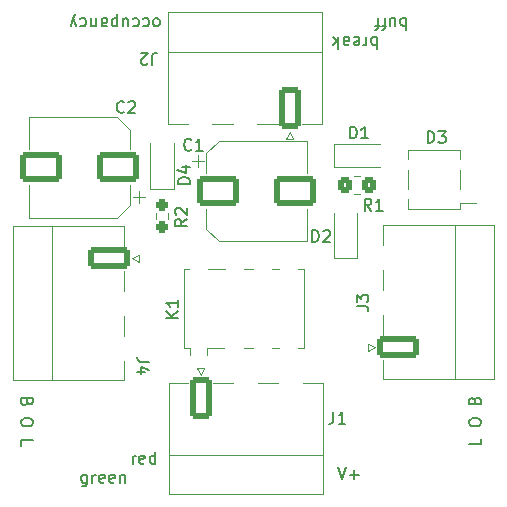
<source format=gbr>
%TF.GenerationSoftware,KiCad,Pcbnew,7.0.7*%
%TF.CreationDate,2023-09-11T13:21:53+02:00*%
%TF.ProjectId,MarklinBlock,4d61726b-6c69-46e4-926c-6f636b2e6b69,rev?*%
%TF.SameCoordinates,Original*%
%TF.FileFunction,Legend,Top*%
%TF.FilePolarity,Positive*%
%FSLAX46Y46*%
G04 Gerber Fmt 4.6, Leading zero omitted, Abs format (unit mm)*
G04 Created by KiCad (PCBNEW 7.0.7) date 2023-09-11 13:21:53*
%MOMM*%
%LPD*%
G01*
G04 APERTURE LIST*
G04 Aperture macros list*
%AMRoundRect*
0 Rectangle with rounded corners*
0 $1 Rounding radius*
0 $2 $3 $4 $5 $6 $7 $8 $9 X,Y pos of 4 corners*
0 Add a 4 corners polygon primitive as box body*
4,1,4,$2,$3,$4,$5,$6,$7,$8,$9,$2,$3,0*
0 Add four circle primitives for the rounded corners*
1,1,$1+$1,$2,$3*
1,1,$1+$1,$4,$5*
1,1,$1+$1,$6,$7*
1,1,$1+$1,$8,$9*
0 Add four rect primitives between the rounded corners*
20,1,$1+$1,$2,$3,$4,$5,0*
20,1,$1+$1,$4,$5,$6,$7,0*
20,1,$1+$1,$6,$7,$8,$9,0*
20,1,$1+$1,$8,$9,$2,$3,0*%
G04 Aperture macros list end*
%ADD10C,0.150000*%
%ADD11C,0.120000*%
%ADD12RoundRect,0.250000X1.500000X1.000000X-1.500000X1.000000X-1.500000X-1.000000X1.500000X-1.000000X0*%
%ADD13RoundRect,0.237500X-0.237500X0.250000X-0.237500X-0.250000X0.237500X-0.250000X0.237500X0.250000X0*%
%ADD14RoundRect,0.250000X0.350000X0.450000X-0.350000X0.450000X-0.350000X-0.450000X0.350000X-0.450000X0*%
%ADD15RoundRect,0.250000X-1.500000X-1.000000X1.500000X-1.000000X1.500000X1.000000X-1.500000X1.000000X0*%
%ADD16R,1.000000X0.800000*%
%ADD17C,3.200000*%
%ADD18R,1.100000X1.100000*%
%ADD19RoundRect,0.250000X-1.550000X0.650000X-1.550000X-0.650000X1.550000X-0.650000X1.550000X0.650000X0*%
%ADD20O,3.600000X1.800000*%
%ADD21RoundRect,0.250000X1.550000X-0.650000X1.550000X0.650000X-1.550000X0.650000X-1.550000X-0.650000X0*%
%ADD22RoundRect,0.250000X0.650000X1.550000X-0.650000X1.550000X-0.650000X-1.550000X0.650000X-1.550000X0*%
%ADD23O,1.800000X3.600000*%
%ADD24R,0.800000X1.800000*%
%ADD25RoundRect,0.250000X-0.650000X-1.550000X0.650000X-1.550000X0.650000X1.550000X-0.650000X1.550000X0*%
G04 APERTURE END LIST*
D10*
X121568990Y-148880952D02*
X121521371Y-149023809D01*
X121521371Y-149023809D02*
X121473752Y-149071428D01*
X121473752Y-149071428D02*
X121378514Y-149119047D01*
X121378514Y-149119047D02*
X121235657Y-149119047D01*
X121235657Y-149119047D02*
X121140419Y-149071428D01*
X121140419Y-149071428D02*
X121092800Y-149023809D01*
X121092800Y-149023809D02*
X121045180Y-148928571D01*
X121045180Y-148928571D02*
X121045180Y-148547619D01*
X121045180Y-148547619D02*
X122045180Y-148547619D01*
X122045180Y-148547619D02*
X122045180Y-148880952D01*
X122045180Y-148880952D02*
X121997561Y-148976190D01*
X121997561Y-148976190D02*
X121949942Y-149023809D01*
X121949942Y-149023809D02*
X121854704Y-149071428D01*
X121854704Y-149071428D02*
X121759466Y-149071428D01*
X121759466Y-149071428D02*
X121664228Y-149023809D01*
X121664228Y-149023809D02*
X121616609Y-148976190D01*
X121616609Y-148976190D02*
X121568990Y-148880952D01*
X121568990Y-148880952D02*
X121568990Y-148547619D01*
X122045180Y-150500000D02*
X122045180Y-150690476D01*
X122045180Y-150690476D02*
X121997561Y-150785714D01*
X121997561Y-150785714D02*
X121902323Y-150880952D01*
X121902323Y-150880952D02*
X121711847Y-150928571D01*
X121711847Y-150928571D02*
X121378514Y-150928571D01*
X121378514Y-150928571D02*
X121188038Y-150880952D01*
X121188038Y-150880952D02*
X121092800Y-150785714D01*
X121092800Y-150785714D02*
X121045180Y-150690476D01*
X121045180Y-150690476D02*
X121045180Y-150500000D01*
X121045180Y-150500000D02*
X121092800Y-150404762D01*
X121092800Y-150404762D02*
X121188038Y-150309524D01*
X121188038Y-150309524D02*
X121378514Y-150261905D01*
X121378514Y-150261905D02*
X121711847Y-150261905D01*
X121711847Y-150261905D02*
X121902323Y-150309524D01*
X121902323Y-150309524D02*
X121997561Y-150404762D01*
X121997561Y-150404762D02*
X122045180Y-150500000D01*
X121045180Y-152595238D02*
X121045180Y-152119048D01*
X121045180Y-152119048D02*
X122045180Y-152119048D01*
X132579619Y-116385180D02*
X132674857Y-116432800D01*
X132674857Y-116432800D02*
X132722476Y-116480419D01*
X132722476Y-116480419D02*
X132770095Y-116575657D01*
X132770095Y-116575657D02*
X132770095Y-116861371D01*
X132770095Y-116861371D02*
X132722476Y-116956609D01*
X132722476Y-116956609D02*
X132674857Y-117004228D01*
X132674857Y-117004228D02*
X132579619Y-117051847D01*
X132579619Y-117051847D02*
X132436762Y-117051847D01*
X132436762Y-117051847D02*
X132341524Y-117004228D01*
X132341524Y-117004228D02*
X132293905Y-116956609D01*
X132293905Y-116956609D02*
X132246286Y-116861371D01*
X132246286Y-116861371D02*
X132246286Y-116575657D01*
X132246286Y-116575657D02*
X132293905Y-116480419D01*
X132293905Y-116480419D02*
X132341524Y-116432800D01*
X132341524Y-116432800D02*
X132436762Y-116385180D01*
X132436762Y-116385180D02*
X132579619Y-116385180D01*
X131389143Y-116432800D02*
X131484381Y-116385180D01*
X131484381Y-116385180D02*
X131674857Y-116385180D01*
X131674857Y-116385180D02*
X131770095Y-116432800D01*
X131770095Y-116432800D02*
X131817714Y-116480419D01*
X131817714Y-116480419D02*
X131865333Y-116575657D01*
X131865333Y-116575657D02*
X131865333Y-116861371D01*
X131865333Y-116861371D02*
X131817714Y-116956609D01*
X131817714Y-116956609D02*
X131770095Y-117004228D01*
X131770095Y-117004228D02*
X131674857Y-117051847D01*
X131674857Y-117051847D02*
X131484381Y-117051847D01*
X131484381Y-117051847D02*
X131389143Y-117004228D01*
X130532000Y-116432800D02*
X130627238Y-116385180D01*
X130627238Y-116385180D02*
X130817714Y-116385180D01*
X130817714Y-116385180D02*
X130912952Y-116432800D01*
X130912952Y-116432800D02*
X130960571Y-116480419D01*
X130960571Y-116480419D02*
X131008190Y-116575657D01*
X131008190Y-116575657D02*
X131008190Y-116861371D01*
X131008190Y-116861371D02*
X130960571Y-116956609D01*
X130960571Y-116956609D02*
X130912952Y-117004228D01*
X130912952Y-117004228D02*
X130817714Y-117051847D01*
X130817714Y-117051847D02*
X130627238Y-117051847D01*
X130627238Y-117051847D02*
X130532000Y-117004228D01*
X129674857Y-117051847D02*
X129674857Y-116385180D01*
X130103428Y-117051847D02*
X130103428Y-116528038D01*
X130103428Y-116528038D02*
X130055809Y-116432800D01*
X130055809Y-116432800D02*
X129960571Y-116385180D01*
X129960571Y-116385180D02*
X129817714Y-116385180D01*
X129817714Y-116385180D02*
X129722476Y-116432800D01*
X129722476Y-116432800D02*
X129674857Y-116480419D01*
X129198666Y-117051847D02*
X129198666Y-116051847D01*
X129198666Y-117004228D02*
X129103428Y-117051847D01*
X129103428Y-117051847D02*
X128912952Y-117051847D01*
X128912952Y-117051847D02*
X128817714Y-117004228D01*
X128817714Y-117004228D02*
X128770095Y-116956609D01*
X128770095Y-116956609D02*
X128722476Y-116861371D01*
X128722476Y-116861371D02*
X128722476Y-116575657D01*
X128722476Y-116575657D02*
X128770095Y-116480419D01*
X128770095Y-116480419D02*
X128817714Y-116432800D01*
X128817714Y-116432800D02*
X128912952Y-116385180D01*
X128912952Y-116385180D02*
X129103428Y-116385180D01*
X129103428Y-116385180D02*
X129198666Y-116432800D01*
X127865333Y-116385180D02*
X127865333Y-116908990D01*
X127865333Y-116908990D02*
X127912952Y-117004228D01*
X127912952Y-117004228D02*
X128008190Y-117051847D01*
X128008190Y-117051847D02*
X128198666Y-117051847D01*
X128198666Y-117051847D02*
X128293904Y-117004228D01*
X127865333Y-116432800D02*
X127960571Y-116385180D01*
X127960571Y-116385180D02*
X128198666Y-116385180D01*
X128198666Y-116385180D02*
X128293904Y-116432800D01*
X128293904Y-116432800D02*
X128341523Y-116528038D01*
X128341523Y-116528038D02*
X128341523Y-116623276D01*
X128341523Y-116623276D02*
X128293904Y-116718514D01*
X128293904Y-116718514D02*
X128198666Y-116766133D01*
X128198666Y-116766133D02*
X127960571Y-116766133D01*
X127960571Y-116766133D02*
X127865333Y-116813752D01*
X127389142Y-117051847D02*
X127389142Y-116385180D01*
X127389142Y-116956609D02*
X127341523Y-117004228D01*
X127341523Y-117004228D02*
X127246285Y-117051847D01*
X127246285Y-117051847D02*
X127103428Y-117051847D01*
X127103428Y-117051847D02*
X127008190Y-117004228D01*
X127008190Y-117004228D02*
X126960571Y-116908990D01*
X126960571Y-116908990D02*
X126960571Y-116385180D01*
X126055809Y-116432800D02*
X126151047Y-116385180D01*
X126151047Y-116385180D02*
X126341523Y-116385180D01*
X126341523Y-116385180D02*
X126436761Y-116432800D01*
X126436761Y-116432800D02*
X126484380Y-116480419D01*
X126484380Y-116480419D02*
X126531999Y-116575657D01*
X126531999Y-116575657D02*
X126531999Y-116861371D01*
X126531999Y-116861371D02*
X126484380Y-116956609D01*
X126484380Y-116956609D02*
X126436761Y-117004228D01*
X126436761Y-117004228D02*
X126341523Y-117051847D01*
X126341523Y-117051847D02*
X126151047Y-117051847D01*
X126151047Y-117051847D02*
X126055809Y-117004228D01*
X125722475Y-117051847D02*
X125484380Y-116385180D01*
X125246285Y-117051847D02*
X125484380Y-116385180D01*
X125484380Y-116385180D02*
X125579618Y-116147085D01*
X125579618Y-116147085D02*
X125627237Y-116099466D01*
X125627237Y-116099466D02*
X125722475Y-116051847D01*
X147891619Y-154394819D02*
X148224952Y-155394819D01*
X148224952Y-155394819D02*
X148558285Y-154394819D01*
X148891619Y-155013866D02*
X149653524Y-155013866D01*
X149272571Y-155394819D02*
X149272571Y-154632914D01*
X159966819Y-151976190D02*
X159966819Y-152452380D01*
X159966819Y-152452380D02*
X158966819Y-152452380D01*
X158966819Y-150690475D02*
X158966819Y-150499999D01*
X158966819Y-150499999D02*
X159014438Y-150404761D01*
X159014438Y-150404761D02*
X159109676Y-150309523D01*
X159109676Y-150309523D02*
X159300152Y-150261904D01*
X159300152Y-150261904D02*
X159633485Y-150261904D01*
X159633485Y-150261904D02*
X159823961Y-150309523D01*
X159823961Y-150309523D02*
X159919200Y-150404761D01*
X159919200Y-150404761D02*
X159966819Y-150499999D01*
X159966819Y-150499999D02*
X159966819Y-150690475D01*
X159966819Y-150690475D02*
X159919200Y-150785713D01*
X159919200Y-150785713D02*
X159823961Y-150880951D01*
X159823961Y-150880951D02*
X159633485Y-150928570D01*
X159633485Y-150928570D02*
X159300152Y-150928570D01*
X159300152Y-150928570D02*
X159109676Y-150880951D01*
X159109676Y-150880951D02*
X159014438Y-150785713D01*
X159014438Y-150785713D02*
X158966819Y-150690475D01*
X159443009Y-148738094D02*
X159490628Y-148595237D01*
X159490628Y-148595237D02*
X159538247Y-148547618D01*
X159538247Y-148547618D02*
X159633485Y-148499999D01*
X159633485Y-148499999D02*
X159776342Y-148499999D01*
X159776342Y-148499999D02*
X159871580Y-148547618D01*
X159871580Y-148547618D02*
X159919200Y-148595237D01*
X159919200Y-148595237D02*
X159966819Y-148690475D01*
X159966819Y-148690475D02*
X159966819Y-149071427D01*
X159966819Y-149071427D02*
X158966819Y-149071427D01*
X158966819Y-149071427D02*
X158966819Y-148738094D01*
X158966819Y-148738094D02*
X159014438Y-148642856D01*
X159014438Y-148642856D02*
X159062057Y-148595237D01*
X159062057Y-148595237D02*
X159157295Y-148547618D01*
X159157295Y-148547618D02*
X159252533Y-148547618D01*
X159252533Y-148547618D02*
X159347771Y-148595237D01*
X159347771Y-148595237D02*
X159395390Y-148642856D01*
X159395390Y-148642856D02*
X159443009Y-148738094D01*
X159443009Y-148738094D02*
X159443009Y-149071427D01*
X130492191Y-154081819D02*
X130492191Y-153415152D01*
X130492191Y-153605628D02*
X130539810Y-153510390D01*
X130539810Y-153510390D02*
X130587429Y-153462771D01*
X130587429Y-153462771D02*
X130682667Y-153415152D01*
X130682667Y-153415152D02*
X130777905Y-153415152D01*
X131492191Y-154034200D02*
X131396953Y-154081819D01*
X131396953Y-154081819D02*
X131206477Y-154081819D01*
X131206477Y-154081819D02*
X131111239Y-154034200D01*
X131111239Y-154034200D02*
X131063620Y-153938961D01*
X131063620Y-153938961D02*
X131063620Y-153558009D01*
X131063620Y-153558009D02*
X131111239Y-153462771D01*
X131111239Y-153462771D02*
X131206477Y-153415152D01*
X131206477Y-153415152D02*
X131396953Y-153415152D01*
X131396953Y-153415152D02*
X131492191Y-153462771D01*
X131492191Y-153462771D02*
X131539810Y-153558009D01*
X131539810Y-153558009D02*
X131539810Y-153653247D01*
X131539810Y-153653247D02*
X131063620Y-153748485D01*
X132396953Y-154081819D02*
X132396953Y-153081819D01*
X132396953Y-154034200D02*
X132301715Y-154081819D01*
X132301715Y-154081819D02*
X132111239Y-154081819D01*
X132111239Y-154081819D02*
X132016001Y-154034200D01*
X132016001Y-154034200D02*
X131968382Y-153986580D01*
X131968382Y-153986580D02*
X131920763Y-153891342D01*
X131920763Y-153891342D02*
X131920763Y-153605628D01*
X131920763Y-153605628D02*
X131968382Y-153510390D01*
X131968382Y-153510390D02*
X132016001Y-153462771D01*
X132016001Y-153462771D02*
X132111239Y-153415152D01*
X132111239Y-153415152D02*
X132301715Y-153415152D01*
X132301715Y-153415152D02*
X132396953Y-153462771D01*
X126611237Y-155025152D02*
X126611237Y-155834676D01*
X126611237Y-155834676D02*
X126563618Y-155929914D01*
X126563618Y-155929914D02*
X126515999Y-155977533D01*
X126515999Y-155977533D02*
X126420761Y-156025152D01*
X126420761Y-156025152D02*
X126277904Y-156025152D01*
X126277904Y-156025152D02*
X126182666Y-155977533D01*
X126611237Y-155644200D02*
X126515999Y-155691819D01*
X126515999Y-155691819D02*
X126325523Y-155691819D01*
X126325523Y-155691819D02*
X126230285Y-155644200D01*
X126230285Y-155644200D02*
X126182666Y-155596580D01*
X126182666Y-155596580D02*
X126135047Y-155501342D01*
X126135047Y-155501342D02*
X126135047Y-155215628D01*
X126135047Y-155215628D02*
X126182666Y-155120390D01*
X126182666Y-155120390D02*
X126230285Y-155072771D01*
X126230285Y-155072771D02*
X126325523Y-155025152D01*
X126325523Y-155025152D02*
X126515999Y-155025152D01*
X126515999Y-155025152D02*
X126611237Y-155072771D01*
X127087428Y-155691819D02*
X127087428Y-155025152D01*
X127087428Y-155215628D02*
X127135047Y-155120390D01*
X127135047Y-155120390D02*
X127182666Y-155072771D01*
X127182666Y-155072771D02*
X127277904Y-155025152D01*
X127277904Y-155025152D02*
X127373142Y-155025152D01*
X128087428Y-155644200D02*
X127992190Y-155691819D01*
X127992190Y-155691819D02*
X127801714Y-155691819D01*
X127801714Y-155691819D02*
X127706476Y-155644200D01*
X127706476Y-155644200D02*
X127658857Y-155548961D01*
X127658857Y-155548961D02*
X127658857Y-155168009D01*
X127658857Y-155168009D02*
X127706476Y-155072771D01*
X127706476Y-155072771D02*
X127801714Y-155025152D01*
X127801714Y-155025152D02*
X127992190Y-155025152D01*
X127992190Y-155025152D02*
X128087428Y-155072771D01*
X128087428Y-155072771D02*
X128135047Y-155168009D01*
X128135047Y-155168009D02*
X128135047Y-155263247D01*
X128135047Y-155263247D02*
X127658857Y-155358485D01*
X128944571Y-155644200D02*
X128849333Y-155691819D01*
X128849333Y-155691819D02*
X128658857Y-155691819D01*
X128658857Y-155691819D02*
X128563619Y-155644200D01*
X128563619Y-155644200D02*
X128516000Y-155548961D01*
X128516000Y-155548961D02*
X128516000Y-155168009D01*
X128516000Y-155168009D02*
X128563619Y-155072771D01*
X128563619Y-155072771D02*
X128658857Y-155025152D01*
X128658857Y-155025152D02*
X128849333Y-155025152D01*
X128849333Y-155025152D02*
X128944571Y-155072771D01*
X128944571Y-155072771D02*
X128992190Y-155168009D01*
X128992190Y-155168009D02*
X128992190Y-155263247D01*
X128992190Y-155263247D02*
X128516000Y-155358485D01*
X129420762Y-155025152D02*
X129420762Y-155691819D01*
X129420762Y-155120390D02*
X129468381Y-155072771D01*
X129468381Y-155072771D02*
X129563619Y-155025152D01*
X129563619Y-155025152D02*
X129706476Y-155025152D01*
X129706476Y-155025152D02*
X129801714Y-155072771D01*
X129801714Y-155072771D02*
X129849333Y-155168009D01*
X129849333Y-155168009D02*
X129849333Y-155691819D01*
X151161903Y-117952180D02*
X151161903Y-118952180D01*
X151161903Y-118571228D02*
X151066665Y-118618847D01*
X151066665Y-118618847D02*
X150876189Y-118618847D01*
X150876189Y-118618847D02*
X150780951Y-118571228D01*
X150780951Y-118571228D02*
X150733332Y-118523609D01*
X150733332Y-118523609D02*
X150685713Y-118428371D01*
X150685713Y-118428371D02*
X150685713Y-118142657D01*
X150685713Y-118142657D02*
X150733332Y-118047419D01*
X150733332Y-118047419D02*
X150780951Y-117999800D01*
X150780951Y-117999800D02*
X150876189Y-117952180D01*
X150876189Y-117952180D02*
X151066665Y-117952180D01*
X151066665Y-117952180D02*
X151161903Y-117999800D01*
X150257141Y-117952180D02*
X150257141Y-118618847D01*
X150257141Y-118428371D02*
X150209522Y-118523609D01*
X150209522Y-118523609D02*
X150161903Y-118571228D01*
X150161903Y-118571228D02*
X150066665Y-118618847D01*
X150066665Y-118618847D02*
X149971427Y-118618847D01*
X149257141Y-117999800D02*
X149352379Y-117952180D01*
X149352379Y-117952180D02*
X149542855Y-117952180D01*
X149542855Y-117952180D02*
X149638093Y-117999800D01*
X149638093Y-117999800D02*
X149685712Y-118095038D01*
X149685712Y-118095038D02*
X149685712Y-118475990D01*
X149685712Y-118475990D02*
X149638093Y-118571228D01*
X149638093Y-118571228D02*
X149542855Y-118618847D01*
X149542855Y-118618847D02*
X149352379Y-118618847D01*
X149352379Y-118618847D02*
X149257141Y-118571228D01*
X149257141Y-118571228D02*
X149209522Y-118475990D01*
X149209522Y-118475990D02*
X149209522Y-118380752D01*
X149209522Y-118380752D02*
X149685712Y-118285514D01*
X148352379Y-117952180D02*
X148352379Y-118475990D01*
X148352379Y-118475990D02*
X148399998Y-118571228D01*
X148399998Y-118571228D02*
X148495236Y-118618847D01*
X148495236Y-118618847D02*
X148685712Y-118618847D01*
X148685712Y-118618847D02*
X148780950Y-118571228D01*
X148352379Y-117999800D02*
X148447617Y-117952180D01*
X148447617Y-117952180D02*
X148685712Y-117952180D01*
X148685712Y-117952180D02*
X148780950Y-117999800D01*
X148780950Y-117999800D02*
X148828569Y-118095038D01*
X148828569Y-118095038D02*
X148828569Y-118190276D01*
X148828569Y-118190276D02*
X148780950Y-118285514D01*
X148780950Y-118285514D02*
X148685712Y-118333133D01*
X148685712Y-118333133D02*
X148447617Y-118333133D01*
X148447617Y-118333133D02*
X148352379Y-118380752D01*
X147876188Y-117952180D02*
X147876188Y-118952180D01*
X147780950Y-118333133D02*
X147495236Y-117952180D01*
X147495236Y-118618847D02*
X147876188Y-118237895D01*
X153638095Y-116342180D02*
X153638095Y-117342180D01*
X153638095Y-116961228D02*
X153542857Y-117008847D01*
X153542857Y-117008847D02*
X153352381Y-117008847D01*
X153352381Y-117008847D02*
X153257143Y-116961228D01*
X153257143Y-116961228D02*
X153209524Y-116913609D01*
X153209524Y-116913609D02*
X153161905Y-116818371D01*
X153161905Y-116818371D02*
X153161905Y-116532657D01*
X153161905Y-116532657D02*
X153209524Y-116437419D01*
X153209524Y-116437419D02*
X153257143Y-116389800D01*
X153257143Y-116389800D02*
X153352381Y-116342180D01*
X153352381Y-116342180D02*
X153542857Y-116342180D01*
X153542857Y-116342180D02*
X153638095Y-116389800D01*
X152304762Y-117008847D02*
X152304762Y-116342180D01*
X152733333Y-117008847D02*
X152733333Y-116485038D01*
X152733333Y-116485038D02*
X152685714Y-116389800D01*
X152685714Y-116389800D02*
X152590476Y-116342180D01*
X152590476Y-116342180D02*
X152447619Y-116342180D01*
X152447619Y-116342180D02*
X152352381Y-116389800D01*
X152352381Y-116389800D02*
X152304762Y-116437419D01*
X151971428Y-117008847D02*
X151590476Y-117008847D01*
X151828571Y-116342180D02*
X151828571Y-117199323D01*
X151828571Y-117199323D02*
X151780952Y-117294561D01*
X151780952Y-117294561D02*
X151685714Y-117342180D01*
X151685714Y-117342180D02*
X151590476Y-117342180D01*
X151399999Y-117008847D02*
X151019047Y-117008847D01*
X151257142Y-116342180D02*
X151257142Y-117199323D01*
X151257142Y-117199323D02*
X151209523Y-117294561D01*
X151209523Y-117294561D02*
X151114285Y-117342180D01*
X151114285Y-117342180D02*
X151019047Y-117342180D01*
X129754333Y-124311580D02*
X129706714Y-124359200D01*
X129706714Y-124359200D02*
X129563857Y-124406819D01*
X129563857Y-124406819D02*
X129468619Y-124406819D01*
X129468619Y-124406819D02*
X129325762Y-124359200D01*
X129325762Y-124359200D02*
X129230524Y-124263961D01*
X129230524Y-124263961D02*
X129182905Y-124168723D01*
X129182905Y-124168723D02*
X129135286Y-123978247D01*
X129135286Y-123978247D02*
X129135286Y-123835390D01*
X129135286Y-123835390D02*
X129182905Y-123644914D01*
X129182905Y-123644914D02*
X129230524Y-123549676D01*
X129230524Y-123549676D02*
X129325762Y-123454438D01*
X129325762Y-123454438D02*
X129468619Y-123406819D01*
X129468619Y-123406819D02*
X129563857Y-123406819D01*
X129563857Y-123406819D02*
X129706714Y-123454438D01*
X129706714Y-123454438D02*
X129754333Y-123502057D01*
X130135286Y-123502057D02*
X130182905Y-123454438D01*
X130182905Y-123454438D02*
X130278143Y-123406819D01*
X130278143Y-123406819D02*
X130516238Y-123406819D01*
X130516238Y-123406819D02*
X130611476Y-123454438D01*
X130611476Y-123454438D02*
X130659095Y-123502057D01*
X130659095Y-123502057D02*
X130706714Y-123597295D01*
X130706714Y-123597295D02*
X130706714Y-123692533D01*
X130706714Y-123692533D02*
X130659095Y-123835390D01*
X130659095Y-123835390D02*
X130087667Y-124406819D01*
X130087667Y-124406819D02*
X130706714Y-124406819D01*
X135074819Y-133389666D02*
X134598628Y-133722999D01*
X135074819Y-133961094D02*
X134074819Y-133961094D01*
X134074819Y-133961094D02*
X134074819Y-133580142D01*
X134074819Y-133580142D02*
X134122438Y-133484904D01*
X134122438Y-133484904D02*
X134170057Y-133437285D01*
X134170057Y-133437285D02*
X134265295Y-133389666D01*
X134265295Y-133389666D02*
X134408152Y-133389666D01*
X134408152Y-133389666D02*
X134503390Y-133437285D01*
X134503390Y-133437285D02*
X134551009Y-133484904D01*
X134551009Y-133484904D02*
X134598628Y-133580142D01*
X134598628Y-133580142D02*
X134598628Y-133961094D01*
X134170057Y-133008713D02*
X134122438Y-132961094D01*
X134122438Y-132961094D02*
X134074819Y-132865856D01*
X134074819Y-132865856D02*
X134074819Y-132627761D01*
X134074819Y-132627761D02*
X134122438Y-132532523D01*
X134122438Y-132532523D02*
X134170057Y-132484904D01*
X134170057Y-132484904D02*
X134265295Y-132437285D01*
X134265295Y-132437285D02*
X134360533Y-132437285D01*
X134360533Y-132437285D02*
X134503390Y-132484904D01*
X134503390Y-132484904D02*
X135074819Y-133056332D01*
X135074819Y-133056332D02*
X135074819Y-132437285D01*
X150709333Y-132661819D02*
X150376000Y-132185628D01*
X150137905Y-132661819D02*
X150137905Y-131661819D01*
X150137905Y-131661819D02*
X150518857Y-131661819D01*
X150518857Y-131661819D02*
X150614095Y-131709438D01*
X150614095Y-131709438D02*
X150661714Y-131757057D01*
X150661714Y-131757057D02*
X150709333Y-131852295D01*
X150709333Y-131852295D02*
X150709333Y-131995152D01*
X150709333Y-131995152D02*
X150661714Y-132090390D01*
X150661714Y-132090390D02*
X150614095Y-132138009D01*
X150614095Y-132138009D02*
X150518857Y-132185628D01*
X150518857Y-132185628D02*
X150137905Y-132185628D01*
X151661714Y-132661819D02*
X151090286Y-132661819D01*
X151376000Y-132661819D02*
X151376000Y-131661819D01*
X151376000Y-131661819D02*
X151280762Y-131804676D01*
X151280762Y-131804676D02*
X151185524Y-131899914D01*
X151185524Y-131899914D02*
X151090286Y-131947533D01*
X135469333Y-127486580D02*
X135421714Y-127534200D01*
X135421714Y-127534200D02*
X135278857Y-127581819D01*
X135278857Y-127581819D02*
X135183619Y-127581819D01*
X135183619Y-127581819D02*
X135040762Y-127534200D01*
X135040762Y-127534200D02*
X134945524Y-127438961D01*
X134945524Y-127438961D02*
X134897905Y-127343723D01*
X134897905Y-127343723D02*
X134850286Y-127153247D01*
X134850286Y-127153247D02*
X134850286Y-127010390D01*
X134850286Y-127010390D02*
X134897905Y-126819914D01*
X134897905Y-126819914D02*
X134945524Y-126724676D01*
X134945524Y-126724676D02*
X135040762Y-126629438D01*
X135040762Y-126629438D02*
X135183619Y-126581819D01*
X135183619Y-126581819D02*
X135278857Y-126581819D01*
X135278857Y-126581819D02*
X135421714Y-126629438D01*
X135421714Y-126629438D02*
X135469333Y-126677057D01*
X136421714Y-127581819D02*
X135850286Y-127581819D01*
X136136000Y-127581819D02*
X136136000Y-126581819D01*
X136136000Y-126581819D02*
X136040762Y-126724676D01*
X136040762Y-126724676D02*
X135945524Y-126819914D01*
X135945524Y-126819914D02*
X135850286Y-126867533D01*
X155471905Y-126946819D02*
X155471905Y-125946819D01*
X155471905Y-125946819D02*
X155710000Y-125946819D01*
X155710000Y-125946819D02*
X155852857Y-125994438D01*
X155852857Y-125994438D02*
X155948095Y-126089676D01*
X155948095Y-126089676D02*
X155995714Y-126184914D01*
X155995714Y-126184914D02*
X156043333Y-126375390D01*
X156043333Y-126375390D02*
X156043333Y-126518247D01*
X156043333Y-126518247D02*
X155995714Y-126708723D01*
X155995714Y-126708723D02*
X155948095Y-126803961D01*
X155948095Y-126803961D02*
X155852857Y-126899200D01*
X155852857Y-126899200D02*
X155710000Y-126946819D01*
X155710000Y-126946819D02*
X155471905Y-126946819D01*
X156376667Y-125946819D02*
X156995714Y-125946819D01*
X156995714Y-125946819D02*
X156662381Y-126327771D01*
X156662381Y-126327771D02*
X156805238Y-126327771D01*
X156805238Y-126327771D02*
X156900476Y-126375390D01*
X156900476Y-126375390D02*
X156948095Y-126423009D01*
X156948095Y-126423009D02*
X156995714Y-126518247D01*
X156995714Y-126518247D02*
X156995714Y-126756342D01*
X156995714Y-126756342D02*
X156948095Y-126851580D01*
X156948095Y-126851580D02*
X156900476Y-126899200D01*
X156900476Y-126899200D02*
X156805238Y-126946819D01*
X156805238Y-126946819D02*
X156519524Y-126946819D01*
X156519524Y-126946819D02*
X156424286Y-126899200D01*
X156424286Y-126899200D02*
X156376667Y-126851580D01*
X145692905Y-135328819D02*
X145692905Y-134328819D01*
X145692905Y-134328819D02*
X145931000Y-134328819D01*
X145931000Y-134328819D02*
X146073857Y-134376438D01*
X146073857Y-134376438D02*
X146169095Y-134471676D01*
X146169095Y-134471676D02*
X146216714Y-134566914D01*
X146216714Y-134566914D02*
X146264333Y-134757390D01*
X146264333Y-134757390D02*
X146264333Y-134900247D01*
X146264333Y-134900247D02*
X146216714Y-135090723D01*
X146216714Y-135090723D02*
X146169095Y-135185961D01*
X146169095Y-135185961D02*
X146073857Y-135281200D01*
X146073857Y-135281200D02*
X145931000Y-135328819D01*
X145931000Y-135328819D02*
X145692905Y-135328819D01*
X146645286Y-134424057D02*
X146692905Y-134376438D01*
X146692905Y-134376438D02*
X146788143Y-134328819D01*
X146788143Y-134328819D02*
X147026238Y-134328819D01*
X147026238Y-134328819D02*
X147121476Y-134376438D01*
X147121476Y-134376438D02*
X147169095Y-134424057D01*
X147169095Y-134424057D02*
X147216714Y-134519295D01*
X147216714Y-134519295D02*
X147216714Y-134614533D01*
X147216714Y-134614533D02*
X147169095Y-134757390D01*
X147169095Y-134757390D02*
X146597667Y-135328819D01*
X146597667Y-135328819D02*
X147216714Y-135328819D01*
X131863180Y-145462666D02*
X131148895Y-145462666D01*
X131148895Y-145462666D02*
X131006038Y-145415047D01*
X131006038Y-145415047D02*
X130910800Y-145319809D01*
X130910800Y-145319809D02*
X130863180Y-145176952D01*
X130863180Y-145176952D02*
X130863180Y-145081714D01*
X131529847Y-146367428D02*
X130863180Y-146367428D01*
X131910800Y-146129333D02*
X131196514Y-145891238D01*
X131196514Y-145891238D02*
X131196514Y-146510285D01*
X149454819Y-140778333D02*
X150169104Y-140778333D01*
X150169104Y-140778333D02*
X150311961Y-140825952D01*
X150311961Y-140825952D02*
X150407200Y-140921190D01*
X150407200Y-140921190D02*
X150454819Y-141064047D01*
X150454819Y-141064047D02*
X150454819Y-141159285D01*
X149454819Y-140397380D02*
X149454819Y-139778333D01*
X149454819Y-139778333D02*
X149835771Y-140111666D01*
X149835771Y-140111666D02*
X149835771Y-139968809D01*
X149835771Y-139968809D02*
X149883390Y-139873571D01*
X149883390Y-139873571D02*
X149931009Y-139825952D01*
X149931009Y-139825952D02*
X150026247Y-139778333D01*
X150026247Y-139778333D02*
X150264342Y-139778333D01*
X150264342Y-139778333D02*
X150359580Y-139825952D01*
X150359580Y-139825952D02*
X150407200Y-139873571D01*
X150407200Y-139873571D02*
X150454819Y-139968809D01*
X150454819Y-139968809D02*
X150454819Y-140254523D01*
X150454819Y-140254523D02*
X150407200Y-140349761D01*
X150407200Y-140349761D02*
X150359580Y-140397380D01*
X132159333Y-120306180D02*
X132159333Y-119591895D01*
X132159333Y-119591895D02*
X132206952Y-119449038D01*
X132206952Y-119449038D02*
X132302190Y-119353800D01*
X132302190Y-119353800D02*
X132445047Y-119306180D01*
X132445047Y-119306180D02*
X132540285Y-119306180D01*
X131730761Y-120210942D02*
X131683142Y-120258561D01*
X131683142Y-120258561D02*
X131587904Y-120306180D01*
X131587904Y-120306180D02*
X131349809Y-120306180D01*
X131349809Y-120306180D02*
X131254571Y-120258561D01*
X131254571Y-120258561D02*
X131206952Y-120210942D01*
X131206952Y-120210942D02*
X131159333Y-120115704D01*
X131159333Y-120115704D02*
X131159333Y-120020466D01*
X131159333Y-120020466D02*
X131206952Y-119877609D01*
X131206952Y-119877609D02*
X131778380Y-119306180D01*
X131778380Y-119306180D02*
X131159333Y-119306180D01*
X134354819Y-141738094D02*
X133354819Y-141738094D01*
X134354819Y-141166666D02*
X133783390Y-141595237D01*
X133354819Y-141166666D02*
X133926247Y-141738094D01*
X134354819Y-140214285D02*
X134354819Y-140785713D01*
X134354819Y-140499999D02*
X133354819Y-140499999D01*
X133354819Y-140499999D02*
X133497676Y-140595237D01*
X133497676Y-140595237D02*
X133592914Y-140690475D01*
X133592914Y-140690475D02*
X133640533Y-140785713D01*
X148888905Y-126549819D02*
X148888905Y-125549819D01*
X148888905Y-125549819D02*
X149127000Y-125549819D01*
X149127000Y-125549819D02*
X149269857Y-125597438D01*
X149269857Y-125597438D02*
X149365095Y-125692676D01*
X149365095Y-125692676D02*
X149412714Y-125787914D01*
X149412714Y-125787914D02*
X149460333Y-125978390D01*
X149460333Y-125978390D02*
X149460333Y-126121247D01*
X149460333Y-126121247D02*
X149412714Y-126311723D01*
X149412714Y-126311723D02*
X149365095Y-126406961D01*
X149365095Y-126406961D02*
X149269857Y-126502200D01*
X149269857Y-126502200D02*
X149127000Y-126549819D01*
X149127000Y-126549819D02*
X148888905Y-126549819D01*
X150412714Y-126549819D02*
X149841286Y-126549819D01*
X150127000Y-126549819D02*
X150127000Y-125549819D01*
X150127000Y-125549819D02*
X150031762Y-125692676D01*
X150031762Y-125692676D02*
X149936524Y-125787914D01*
X149936524Y-125787914D02*
X149841286Y-125835533D01*
X135328819Y-130405094D02*
X134328819Y-130405094D01*
X134328819Y-130405094D02*
X134328819Y-130166999D01*
X134328819Y-130166999D02*
X134376438Y-130024142D01*
X134376438Y-130024142D02*
X134471676Y-129928904D01*
X134471676Y-129928904D02*
X134566914Y-129881285D01*
X134566914Y-129881285D02*
X134757390Y-129833666D01*
X134757390Y-129833666D02*
X134900247Y-129833666D01*
X134900247Y-129833666D02*
X135090723Y-129881285D01*
X135090723Y-129881285D02*
X135185961Y-129928904D01*
X135185961Y-129928904D02*
X135281200Y-130024142D01*
X135281200Y-130024142D02*
X135328819Y-130166999D01*
X135328819Y-130166999D02*
X135328819Y-130405094D01*
X134662152Y-128976523D02*
X135328819Y-128976523D01*
X134281200Y-129214618D02*
X134995485Y-129452713D01*
X134995485Y-129452713D02*
X134995485Y-128833666D01*
X147494666Y-149695819D02*
X147494666Y-150410104D01*
X147494666Y-150410104D02*
X147447047Y-150552961D01*
X147447047Y-150552961D02*
X147351809Y-150648200D01*
X147351809Y-150648200D02*
X147208952Y-150695819D01*
X147208952Y-150695819D02*
X147113714Y-150695819D01*
X148494666Y-150695819D02*
X147923238Y-150695819D01*
X148208952Y-150695819D02*
X148208952Y-149695819D01*
X148208952Y-149695819D02*
X148113714Y-149838676D01*
X148113714Y-149838676D02*
X148018476Y-149933914D01*
X148018476Y-149933914D02*
X147923238Y-149981533D01*
D11*
%TO.C,C2*%
X130260000Y-125804437D02*
X130260000Y-127490000D01*
X129195563Y-124740000D02*
X121740000Y-124740000D01*
X130260000Y-125804437D02*
X129195563Y-124740000D01*
X131000000Y-132010000D02*
X131000000Y-131010000D01*
X121740000Y-133260000D02*
X121740000Y-130510000D01*
X130260000Y-132195563D02*
X129195563Y-133260000D01*
X121740000Y-124740000D02*
X121740000Y-127490000D01*
X131500000Y-131510000D02*
X130500000Y-131510000D01*
X129195563Y-133260000D02*
X121740000Y-133260000D01*
X130260000Y-132195563D02*
X130260000Y-130510000D01*
%TO.C,R2*%
X133522500Y-132845276D02*
X133522500Y-133354724D01*
X132477500Y-132845276D02*
X132477500Y-133354724D01*
%TO.C,R1*%
X149727064Y-131235000D02*
X149272936Y-131235000D01*
X149727064Y-129765000D02*
X149272936Y-129765000D01*
%TO.C,C1*%
X136740000Y-134195563D02*
X136740000Y-132510000D01*
X137804437Y-135260000D02*
X145260000Y-135260000D01*
X136740000Y-134195563D02*
X137804437Y-135260000D01*
X136000000Y-127990000D02*
X136000000Y-128990000D01*
X145260000Y-126740000D02*
X145260000Y-129490000D01*
X136740000Y-127804437D02*
X137804437Y-126740000D01*
X145260000Y-135260000D02*
X145260000Y-132510000D01*
X135500000Y-128490000D02*
X136500000Y-128490000D01*
X137804437Y-126740000D02*
X145260000Y-126740000D01*
X136740000Y-127804437D02*
X136740000Y-129490000D01*
%TO.C,D3*%
X153800000Y-127500000D02*
X158200000Y-127500000D01*
X158200000Y-132000000D02*
X159600000Y-132000000D01*
X158200000Y-130800000D02*
X158200000Y-129200000D01*
X158200000Y-127500000D02*
X158200000Y-128300000D01*
X153800000Y-132500000D02*
X158200000Y-132500000D01*
X158200000Y-132500000D02*
X158200000Y-132000000D01*
X153800000Y-131700000D02*
X153800000Y-132500000D01*
X153800000Y-128300000D02*
X153800000Y-127500000D01*
X153800000Y-130800000D02*
X153800000Y-129200000D01*
%TO.C,D2*%
X147500000Y-136700000D02*
X149500000Y-136700000D01*
X147500000Y-136700000D02*
X147500000Y-132850000D01*
X149500000Y-136700000D02*
X149500000Y-132850000D01*
%TO.C,J4*%
X120345000Y-133997000D02*
X120345000Y-147037000D01*
X130455000Y-136707000D02*
X131055000Y-136407000D01*
X129765000Y-147037000D02*
X129765000Y-145377000D01*
X123655000Y-133997000D02*
X123655000Y-147037000D01*
X131055000Y-137007000D02*
X130455000Y-136707000D01*
X129765000Y-133997000D02*
X120345000Y-133997000D01*
X131055000Y-136407000D02*
X131055000Y-137007000D01*
X129765000Y-133997000D02*
X129765000Y-135657000D01*
X129765000Y-141567000D02*
X129765000Y-143277000D01*
X120345000Y-147037000D02*
X129765000Y-147037000D01*
X129765000Y-137757000D02*
X129765000Y-139467000D01*
%TO.C,J3*%
X150400000Y-143955000D02*
X151000000Y-144255000D01*
X151690000Y-139395000D02*
X151690000Y-137685000D01*
X151690000Y-133925000D02*
X151690000Y-135585000D01*
X150400000Y-144555000D02*
X150400000Y-143955000D01*
X161110000Y-146965000D02*
X161110000Y-133925000D01*
X151690000Y-146965000D02*
X161110000Y-146965000D01*
X157800000Y-146965000D02*
X157800000Y-133925000D01*
X151690000Y-143205000D02*
X151690000Y-141495000D01*
X151000000Y-144255000D02*
X150400000Y-144555000D01*
X161110000Y-133925000D02*
X151690000Y-133925000D01*
X151690000Y-146965000D02*
X151690000Y-145305000D01*
%TO.C,J2*%
X146520000Y-119200000D02*
X133480000Y-119200000D01*
X133480000Y-125310000D02*
X135140000Y-125310000D01*
X133480000Y-115890000D02*
X133480000Y-125310000D01*
X144110000Y-126600000D02*
X143510000Y-126600000D01*
X146520000Y-125310000D02*
X144860000Y-125310000D01*
X146520000Y-125310000D02*
X146520000Y-115890000D01*
X143510000Y-126600000D02*
X143810000Y-126000000D01*
X146520000Y-115890000D02*
X133480000Y-115890000D01*
X138950000Y-125310000D02*
X137240000Y-125310000D01*
X142760000Y-125310000D02*
X141050000Y-125310000D01*
X143810000Y-126000000D02*
X144110000Y-126600000D01*
%TO.C,K1*%
X136900000Y-137640000D02*
X138300000Y-137640000D01*
X140700000Y-144340000D02*
X139900000Y-144340000D01*
X134810000Y-144300000D02*
X134800000Y-137640000D01*
X145000000Y-137640000D02*
X145000000Y-144340000D01*
X142300000Y-137640000D02*
X142900000Y-137640000D01*
X136810000Y-144300000D02*
X136810000Y-144900000D01*
X134810000Y-144300000D02*
X135310000Y-144300000D01*
X138210000Y-144300000D02*
X136810000Y-144300000D01*
X142900000Y-144340000D02*
X142300000Y-144340000D01*
X134800000Y-137640000D02*
X135300000Y-137640000D01*
X135310000Y-144300000D02*
X135310000Y-144900000D01*
X145000000Y-144340000D02*
X144500000Y-144340000D01*
X144500000Y-137640000D02*
X145000000Y-137640000D01*
X139900000Y-137640000D02*
X140700000Y-137640000D01*
%TO.C,D1*%
X147554000Y-127000000D02*
X151404000Y-127000000D01*
X147554000Y-127000000D02*
X147554000Y-129000000D01*
X147554000Y-129000000D02*
X151404000Y-129000000D01*
%TO.C,D4*%
X132000000Y-130800000D02*
X134000000Y-130800000D01*
X132000000Y-130800000D02*
X132000000Y-126950000D01*
X134000000Y-130800000D02*
X134000000Y-126950000D01*
%TO.C,J1*%
X133535000Y-153367500D02*
X146575000Y-153367500D01*
X146575000Y-147257500D02*
X144915000Y-147257500D01*
X136245000Y-146567500D02*
X135945000Y-145967500D01*
X135945000Y-145967500D02*
X136545000Y-145967500D01*
X141105000Y-147257500D02*
X142815000Y-147257500D01*
X133535000Y-147257500D02*
X133535000Y-156677500D01*
X137295000Y-147257500D02*
X139005000Y-147257500D01*
X146575000Y-156677500D02*
X146575000Y-147257500D01*
X133535000Y-147257500D02*
X135195000Y-147257500D01*
X133535000Y-156677500D02*
X146575000Y-156677500D01*
X136545000Y-145967500D02*
X136245000Y-146567500D01*
%TD*%
%LPC*%
D12*
%TO.C,C2*%
X129250000Y-129000000D03*
X122750000Y-129000000D03*
%TD*%
D13*
%TO.C,R2*%
X133000000Y-132187500D03*
X133000000Y-134012500D03*
%TD*%
D14*
%TO.C,R1*%
X150500000Y-130500000D03*
X148500000Y-130500000D03*
%TD*%
D15*
%TO.C,C1*%
X137750000Y-131000000D03*
X144250000Y-131000000D03*
%TD*%
D16*
%TO.C,D3*%
X159075000Y-131270000D03*
X159075000Y-128730000D03*
X152925000Y-128730000D03*
X152925000Y-131270000D03*
%TD*%
D17*
%TO.C,REF\u002A\u002A*%
X126000000Y-151000000D03*
%TD*%
D18*
%TO.C,D2*%
X148500000Y-135900000D03*
X148500000Y-133100000D03*
%TD*%
D19*
%TO.C,J4*%
X128455000Y-136707000D03*
D20*
X128455000Y-140517000D03*
X128455000Y-144327000D03*
%TD*%
D21*
%TO.C,J3*%
X153000000Y-144255000D03*
D20*
X153000000Y-140445000D03*
X153000000Y-136635000D03*
%TD*%
D17*
%TO.C,REF\u002A\u002A*%
X125500000Y-121000000D03*
%TD*%
D22*
%TO.C,J2*%
X143810000Y-124000000D03*
D23*
X140000000Y-124000000D03*
X136190000Y-124000000D03*
%TD*%
D24*
%TO.C,K1*%
X136100000Y-144500000D03*
X139300000Y-144500000D03*
X141500000Y-144500000D03*
X143700000Y-144500000D03*
X143700000Y-137500000D03*
X141500000Y-137500000D03*
X139300000Y-137500000D03*
X136100000Y-137500000D03*
%TD*%
D18*
%TO.C,D1*%
X148354000Y-128000000D03*
X151154000Y-128000000D03*
%TD*%
D17*
%TO.C,REF\u002A\u002A*%
X154500000Y-151000000D03*
%TD*%
D18*
%TO.C,D4*%
X133000000Y-130000000D03*
X133000000Y-127200000D03*
%TD*%
D17*
%TO.C,REF\u002A\u002A*%
X155500000Y-121000000D03*
%TD*%
D25*
%TO.C,J1*%
X136245000Y-148567500D03*
D23*
X140055000Y-148567500D03*
X143865000Y-148567500D03*
%TD*%
%LPD*%
M02*

</source>
